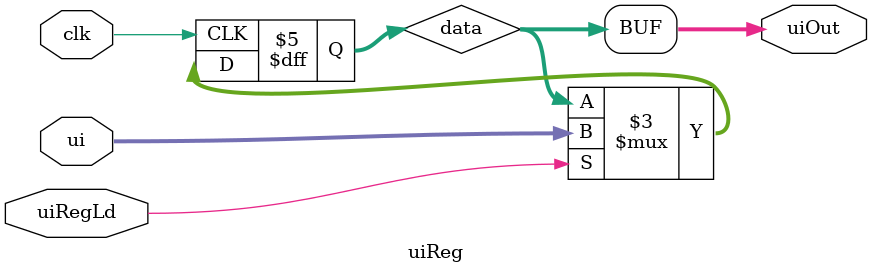
<source format=v>
`timescale 1ns/1ns
module uiReg(clk, uiRegLd, ui, uiOut);
    input clk, uiRegLd;
    input [1:0] ui;
    output [1:0] uiOut;
    reg [1:0] data;
    always @(posedge clk) begin
        if (uiRegLd) begin
            data = ui;
        end
    end

    assign uiOut = data;
endmodule

</source>
